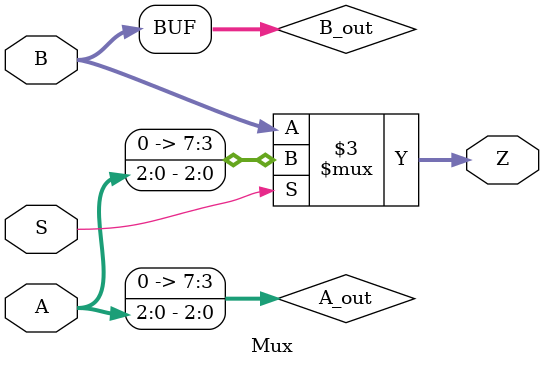
<source format=sv>
`timescale 1ns / 1ps


module Mux #( 
    parameter WIDTH1 = 3,
    parameter WIDTH2 = 8)
(
 input logic [WIDTH1-1:0] A ,
 input logic [WIDTH2-1:0] B,
 input logic S,
 output logic [((WIDTH1 > WIDTH2) ? WIDTH1 : WIDTH2)-1:0] Z
    );
    
    localparam MAX_WIDTH = (WIDTH1 > WIDTH2) ? WIDTH1: WIDTH2;
    logic [MAX_WIDTH-1:0] A_out ,B_out;
    
    assign A_out  ={{(MAX_WIDTH  -WIDTH1){1'b0}},A};
    assign B_out  ={{(MAX_WIDTH  -WIDTH2){1'b0}},B};
        always_comb 
    begin 
    if (S)
    Z =A_out;
    else 
    Z=B_out; 
    end
endmodule

</source>
